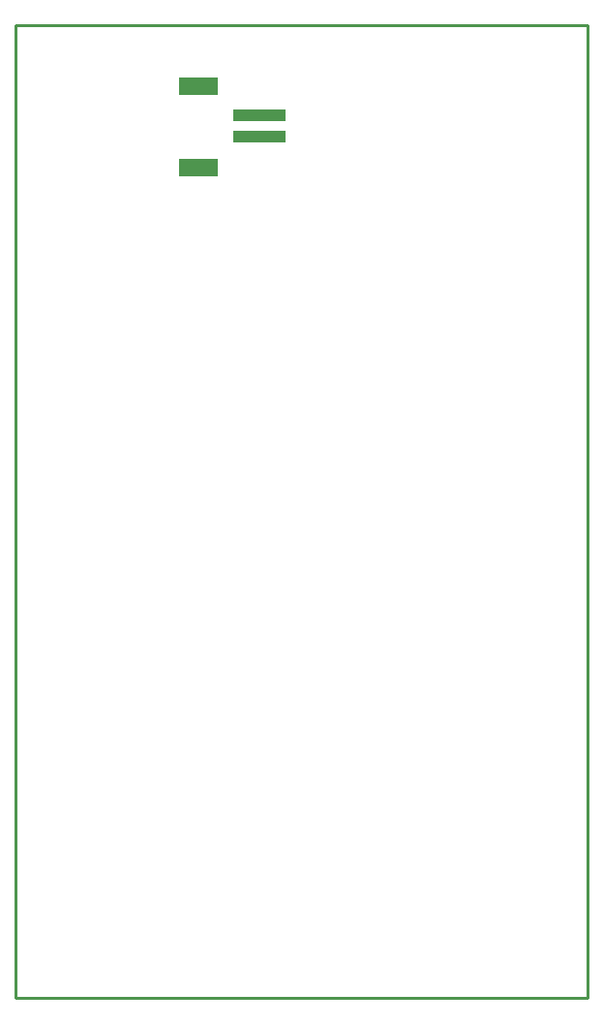
<source format=gbp>
G04*
G04 #@! TF.GenerationSoftware,Altium Limited,Altium Designer,19.1.8 (144)*
G04*
G04 Layer_Color=128*
%FSLAX25Y25*%
%MOIN*%
G70*
G01*
G75*
%ADD10C,0.01000*%
%ADD31R,0.18110X0.03937*%
%ADD32R,0.13386X0.06299*%
D10*
X393701Y393701D02*
Y728346D01*
X590551D01*
Y393701D02*
Y728346D01*
X393701Y393701D02*
X590551D01*
D31*
X477559Y690158D02*
D03*
Y697638D02*
D03*
D32*
X456693Y707480D02*
D03*
Y679528D02*
D03*
M02*

</source>
